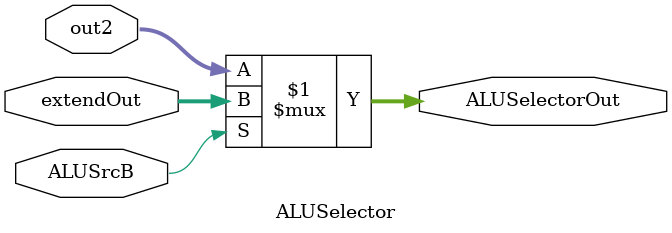
<source format=v>
`timescale 1ns / 1ps
module ALUSelector(
	input ALUSrcB,
	input [31:0] out2,
	input [31:0] extendOut,
	output wire [31:0]ALUSelectorOut
    );
	 
	// ALUSrcBÎª0Ê±±íÊ¾ALUµÄB¶Ë¿Ú½ÓÊÜÀ´×Ô¼Ä´æÆ÷¶Ñdata2Êä³ö£»Îª1Ê±±íÊ¾½ÓÊÜÀ´×Ôsign»òzeroÀ©Õ¹µÄÁ¢¼´Êý
	assign ALUSelectorOut = ALUSrcB ? extendOut : out2;
endmodule

</source>
